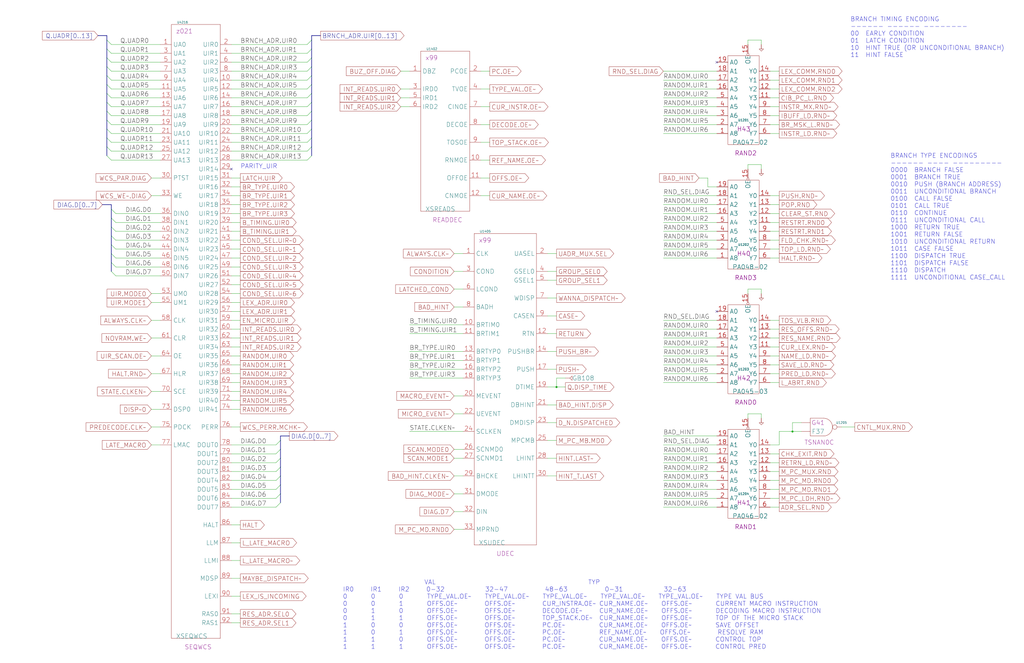
<source format=kicad_sch>
(kicad_sch (version 20230121) (generator eeschema)
  (paper "User" 584.2 378.46)
  (title_block (title "MICRO INSTRUCTION REGISTER") (date "22-MAY-90") (rev "1.0") (comment 1 "SEQUENCER") (comment 2 "232-003064") (comment 3 "S400") (comment 4 "RELEASED"))
  (junction (at 452.12 246.38))
  (junction (at 317.5 220.98))
  (no_connect (at 132.08 96.52))
  (no_connect (at 408.94 177.8))
  (no_connect (at 408.94 35.56))
  (bus_entry (at 63.5 154.94) (size 2.54 2.54))
  (bus_entry (at 63.5 124.46) (size 2.54 2.54))
  (bus_entry (at 60.96 68.58) (size 2.54 2.54))
  (bus_entry (at 63.5 129.54) (size 2.54 2.54))
  (bus_entry (at 60.96 83.82) (size 2.54 2.54))
  (bus_entry (at 60.96 53.34) (size 2.54 2.54))
  (bus_entry (at 60.96 22.86) (size 2.54 2.54))
  (bus_entry (at 177.8 88.9) (size -2.54 2.54))
  (bus_entry (at 177.8 83.82) (size -2.54 2.54))
  (bus_entry (at 63.5 144.78) (size 2.54 2.54))
  (bus_entry (at 60.96 58.42) (size 2.54 2.54))
  (bus_entry (at 60.96 38.1) (size 2.54 2.54))
  (bus_entry (at 177.8 53.34) (size -2.54 2.54))
  (bus_entry (at 60.96 43.18) (size 2.54 2.54))
  (bus_entry (at 177.8 63.5) (size -2.54 2.54))
  (bus_entry (at 63.5 119.38) (size 2.54 2.54))
  (bus_entry (at 60.96 78.74) (size 2.54 2.54))
  (bus_entry (at 60.96 63.5) (size 2.54 2.54))
  (bus_entry (at 160.02 251.46) (size -2.54 2.54))
  (bus_entry (at 160.02 266.7) (size -2.54 2.54))
  (bus_entry (at 160.02 271.78) (size -2.54 2.54))
  (bus_entry (at 60.96 73.66) (size 2.54 2.54))
  (bus_entry (at 63.5 149.86) (size 2.54 2.54))
  (bus_entry (at 63.5 139.7) (size 2.54 2.54))
  (bus_entry (at 60.96 88.9) (size 2.54 2.54))
  (bus_entry (at 177.8 48.26) (size -2.54 2.54))
  (bus_entry (at 177.8 27.94) (size -2.54 2.54))
  (bus_entry (at 177.8 43.18) (size -2.54 2.54))
  (bus_entry (at 60.96 27.94) (size 2.54 2.54))
  (bus_entry (at 177.8 68.58) (size -2.54 2.54))
  (bus_entry (at 160.02 276.86) (size -2.54 2.54))
  (bus_entry (at 60.96 33.02) (size 2.54 2.54))
  (bus_entry (at 60.96 48.26) (size 2.54 2.54))
  (bus_entry (at 160.02 287.02) (size -2.54 2.54))
  (bus_entry (at 177.8 58.42) (size -2.54 2.54))
  (bus_entry (at 177.8 38.1) (size -2.54 2.54))
  (bus_entry (at 177.8 22.86) (size -2.54 2.54))
  (bus_entry (at 177.8 73.66) (size -2.54 2.54))
  (bus_entry (at 160.02 256.54) (size -2.54 2.54))
  (bus_entry (at 63.5 134.62) (size 2.54 2.54))
  (bus_entry (at 160.02 261.62) (size -2.54 2.54))
  (bus_entry (at 160.02 281.94) (size -2.54 2.54))
  (bus_entry (at 177.8 33.02) (size -2.54 2.54))
  (bus_entry (at 177.8 78.74) (size -2.54 2.54))
  (wire (pts (xy 274.32 111.76) (xy 279.4 111.76)))
  (wire (pts (xy 132.08 320.04) (xy 137.16 320.04)))
  (wire (pts (xy 439.42 137.16) (xy 444.5 137.16)))
  (bus (pts (xy 60.96 73.66) (xy 60.96 78.74)))
  (wire (pts (xy 439.42 40.64) (xy 444.5 40.64)))
  (wire (pts (xy 312.42 190.5) (xy 317.5 190.5)))
  (wire (pts (xy 132.08 284.48) (xy 157.48 284.48)))
  (bus (pts (xy 63.5 134.62) (xy 63.5 139.7)))
  (bus (pts (xy 160.02 281.94) (xy 160.02 287.02)))
  (wire (pts (xy 378.46 111.76) (xy 408.94 111.76)))
  (wire (pts (xy 132.08 309.88) (xy 137.16 309.88)))
  (wire (pts (xy 439.42 147.32) (xy 444.5 147.32)))
  (wire (pts (xy 132.08 279.4) (xy 157.48 279.4)))
  (wire (pts (xy 91.44 152.4) (xy 66.04 152.4)))
  (wire (pts (xy 378.46 279.4) (xy 408.94 279.4)))
  (wire (pts (xy 378.46 269.24) (xy 408.94 269.24)))
  (bus (pts (xy 160.02 248.92) (xy 165.1 248.92)))
  (bus (pts (xy 177.8 27.94) (xy 177.8 33.02)))
  (wire (pts (xy 312.42 231.14) (xy 317.5 231.14)))
  (wire (pts (xy 439.42 182.88) (xy 444.5 182.88)))
  (wire (pts (xy 175.26 40.64) (xy 132.08 40.64)))
  (bus (pts (xy 60.96 63.5) (xy 60.96 68.58)))
  (wire (pts (xy 378.46 127) (xy 408.94 127)))
  (bus (pts (xy 160.02 256.54) (xy 160.02 261.62)))
  (wire (pts (xy 457.2 241.3) (xy 452.12 241.3)))
  (wire (pts (xy 434.34 93.98) (xy 434.34 96.52)))
  (bus (pts (xy 160.02 276.86) (xy 160.02 281.94)))
  (wire (pts (xy 132.08 172.72) (xy 137.16 172.72)))
  (bus (pts (xy 58.42 116.84) (xy 63.5 116.84)))
  (wire (pts (xy 228.6 40.64) (xy 233.68 40.64)))
  (wire (pts (xy 398.78 101.6) (xy 403.86 101.6)))
  (wire (pts (xy 378.46 289.56) (xy 408.94 289.56)))
  (wire (pts (xy 132.08 330.2) (xy 137.16 330.2)))
  (wire (pts (xy 434.34 22.86) (xy 434.34 25.4)))
  (wire (pts (xy 274.32 50.8) (xy 279.4 50.8)))
  (wire (pts (xy 86.36 111.76) (xy 91.44 111.76)))
  (wire (pts (xy 439.42 50.8) (xy 444.5 50.8)))
  (wire (pts (xy 63.5 25.4) (xy 91.44 25.4)))
  (wire (pts (xy 312.42 241.3) (xy 317.5 241.3)))
  (wire (pts (xy 259.08 302.26) (xy 264.16 302.26)))
  (bus (pts (xy 60.96 43.18) (xy 60.96 48.26)))
  (wire (pts (xy 378.46 45.72) (xy 408.94 45.72)))
  (wire (pts (xy 378.46 198.12) (xy 408.94 198.12)))
  (wire (pts (xy 312.42 271.78) (xy 317.5 271.78)))
  (wire (pts (xy 132.08 274.32) (xy 157.48 274.32)))
  (wire (pts (xy 86.36 172.72) (xy 91.44 172.72)))
  (wire (pts (xy 378.46 213.36) (xy 408.94 213.36)))
  (wire (pts (xy 228.6 50.8) (xy 233.68 50.8)))
  (bus (pts (xy 177.8 73.66) (xy 177.8 78.74)))
  (wire (pts (xy 91.44 91.44) (xy 63.5 91.44)))
  (wire (pts (xy 233.68 205.74) (xy 264.16 205.74)))
  (wire (pts (xy 426.72 236.22) (xy 426.72 238.76)))
  (bus (pts (xy 63.5 149.86) (xy 63.5 154.94)))
  (wire (pts (xy 378.46 147.32) (xy 408.94 147.32)))
  (wire (pts (xy 175.26 55.88) (xy 132.08 55.88)))
  (wire (pts (xy 439.42 111.76) (xy 444.5 111.76)))
  (bus (pts (xy 60.96 78.74) (xy 60.96 83.82)))
  (wire (pts (xy 91.44 142.24) (xy 66.04 142.24)))
  (wire (pts (xy 91.44 66.04) (xy 63.5 66.04)))
  (wire (pts (xy 132.08 187.96) (xy 137.16 187.96)))
  (wire (pts (xy 378.46 203.2) (xy 408.94 203.2)))
  (wire (pts (xy 378.46 132.08) (xy 408.94 132.08)))
  (wire (pts (xy 439.42 193.04) (xy 444.5 193.04)))
  (wire (pts (xy 439.42 198.12) (xy 444.5 198.12)))
  (wire (pts (xy 439.42 76.2) (xy 444.5 76.2)))
  (wire (pts (xy 312.42 144.78) (xy 317.5 144.78)))
  (bus (pts (xy 177.8 83.82) (xy 177.8 88.9)))
  (wire (pts (xy 378.46 142.24) (xy 408.94 142.24)))
  (wire (pts (xy 132.08 111.76) (xy 137.16 111.76)))
  (bus (pts (xy 160.02 261.62) (xy 160.02 266.7)))
  (wire (pts (xy 132.08 228.6) (xy 137.16 228.6)))
  (bus (pts (xy 63.5 124.46) (xy 63.5 129.54)))
  (wire (pts (xy 132.08 142.24) (xy 137.16 142.24)))
  (wire (pts (xy 63.5 55.88) (xy 91.44 55.88)))
  (wire (pts (xy 378.46 264.16) (xy 408.94 264.16)))
  (wire (pts (xy 228.6 60.96) (xy 233.68 60.96)))
  (wire (pts (xy 312.42 261.62) (xy 317.5 261.62)))
  (wire (pts (xy 175.26 91.44) (xy 132.08 91.44)))
  (wire (pts (xy 259.08 144.78) (xy 264.16 144.78)))
  (bus (pts (xy 177.8 33.02) (xy 177.8 38.1)))
  (bus (pts (xy 177.8 48.26) (xy 177.8 53.34)))
  (wire (pts (xy 132.08 177.8) (xy 137.16 177.8)))
  (wire (pts (xy 132.08 289.56) (xy 157.48 289.56)))
  (wire (pts (xy 378.46 55.88) (xy 408.94 55.88)))
  (wire (pts (xy 63.5 35.56) (xy 91.44 35.56)))
  (wire (pts (xy 312.42 160.02) (xy 317.5 160.02)))
  (bus (pts (xy 60.96 20.32) (xy 60.96 22.86)))
  (wire (pts (xy 274.32 81.28) (xy 279.4 81.28)))
  (wire (pts (xy 91.44 71.12) (xy 63.5 71.12)))
  (wire (pts (xy 175.26 71.12) (xy 132.08 71.12)))
  (wire (pts (xy 132.08 269.24) (xy 157.48 269.24)))
  (wire (pts (xy 259.08 292.1) (xy 264.16 292.1)))
  (wire (pts (xy 259.08 165.1) (xy 264.16 165.1)))
  (wire (pts (xy 132.08 101.6) (xy 137.16 101.6)))
  (bus (pts (xy 60.96 22.86) (xy 60.96 27.94)))
  (wire (pts (xy 86.36 254) (xy 91.44 254)))
  (wire (pts (xy 439.42 142.24) (xy 444.5 142.24)))
  (bus (pts (xy 177.8 68.58) (xy 177.8 73.66)))
  (wire (pts (xy 439.42 121.92) (xy 444.5 121.92)))
  (wire (pts (xy 132.08 106.68) (xy 137.16 106.68)))
  (wire (pts (xy 91.44 127) (xy 66.04 127)))
  (wire (pts (xy 86.36 182.88) (xy 91.44 182.88)))
  (wire (pts (xy 91.44 157.48) (xy 66.04 157.48)))
  (wire (pts (xy 312.42 180.34) (xy 317.5 180.34)))
  (wire (pts (xy 426.72 165.1) (xy 426.72 167.64)))
  (wire (pts (xy 91.44 137.16) (xy 66.04 137.16)))
  (wire (pts (xy 132.08 208.28) (xy 137.16 208.28)))
  (wire (pts (xy 480.06 243.84) (xy 487.68 243.84)))
  (bus (pts (xy 177.8 20.32) (xy 177.8 22.86)))
  (wire (pts (xy 434.34 22.86) (xy 426.72 22.86)))
  (wire (pts (xy 378.46 76.2) (xy 408.94 76.2)))
  (wire (pts (xy 426.72 93.98) (xy 426.72 96.52)))
  (wire (pts (xy 91.44 132.08) (xy 66.04 132.08)))
  (wire (pts (xy 175.26 76.2) (xy 132.08 76.2)))
  (wire (pts (xy 132.08 264.16) (xy 157.48 264.16)))
  (bus (pts (xy 63.5 119.38) (xy 63.5 124.46)))
  (wire (pts (xy 175.26 86.36) (xy 132.08 86.36)))
  (wire (pts (xy 233.68 200.66) (xy 264.16 200.66)))
  (wire (pts (xy 274.32 60.96) (xy 279.4 60.96)))
  (wire (pts (xy 175.26 50.8) (xy 132.08 50.8)))
  (bus (pts (xy 160.02 271.78) (xy 160.02 276.86)))
  (wire (pts (xy 439.42 218.44) (xy 444.5 218.44)))
  (bus (pts (xy 63.5 116.84) (xy 63.5 119.38)))
  (wire (pts (xy 233.68 246.38) (xy 264.16 246.38)))
  (wire (pts (xy 439.42 289.56) (xy 444.5 289.56)))
  (wire (pts (xy 132.08 121.92) (xy 137.16 121.92)))
  (wire (pts (xy 132.08 182.88) (xy 137.16 182.88)))
  (wire (pts (xy 439.42 55.88) (xy 444.5 55.88)))
  (wire (pts (xy 312.42 154.94) (xy 317.5 154.94)))
  (wire (pts (xy 233.68 185.42) (xy 264.16 185.42)))
  (bus (pts (xy 60.96 27.94) (xy 60.96 33.02)))
  (wire (pts (xy 274.32 40.64) (xy 279.4 40.64)))
  (bus (pts (xy 60.96 38.1) (xy 60.96 43.18)))
  (bus (pts (xy 63.5 129.54) (xy 63.5 134.62)))
  (wire (pts (xy 91.44 147.32) (xy 66.04 147.32)))
  (wire (pts (xy 132.08 132.08) (xy 137.16 132.08)))
  (wire (pts (xy 452.12 246.38) (xy 457.2 246.38)))
  (wire (pts (xy 63.5 50.8) (xy 91.44 50.8)))
  (wire (pts (xy 378.46 208.28) (xy 408.94 208.28)))
  (wire (pts (xy 175.26 60.96) (xy 132.08 60.96)))
  (wire (pts (xy 439.42 284.48) (xy 444.5 284.48)))
  (wire (pts (xy 233.68 215.9) (xy 264.16 215.9)))
  (wire (pts (xy 274.32 91.44) (xy 279.4 91.44)))
  (wire (pts (xy 175.26 81.28) (xy 132.08 81.28)))
  (wire (pts (xy 175.26 66.04) (xy 132.08 66.04)))
  (wire (pts (xy 259.08 261.62) (xy 264.16 261.62)))
  (wire (pts (xy 132.08 167.64) (xy 137.16 167.64)))
  (wire (pts (xy 434.34 236.22) (xy 434.34 238.76)))
  (wire (pts (xy 259.08 281.94) (xy 264.16 281.94)))
  (wire (pts (xy 439.42 132.08) (xy 444.5 132.08)))
  (bus (pts (xy 182.88 20.32) (xy 177.8 20.32)))
  (wire (pts (xy 132.08 299.72) (xy 137.16 299.72)))
  (wire (pts (xy 175.26 25.4) (xy 132.08 25.4)))
  (wire (pts (xy 132.08 213.36) (xy 137.16 213.36)))
  (wire (pts (xy 86.36 167.64) (xy 91.44 167.64)))
  (wire (pts (xy 439.42 71.12) (xy 444.5 71.12)))
  (bus (pts (xy 177.8 78.74) (xy 177.8 83.82)))
  (bus (pts (xy 177.8 53.34) (xy 177.8 58.42)))
  (wire (pts (xy 403.86 106.68) (xy 408.94 106.68)))
  (wire (pts (xy 132.08 157.48) (xy 137.16 157.48)))
  (bus (pts (xy 160.02 248.92) (xy 160.02 251.46)))
  (wire (pts (xy 91.44 60.96) (xy 63.5 60.96)))
  (wire (pts (xy 228.6 55.88) (xy 233.68 55.88)))
  (bus (pts (xy 60.96 33.02) (xy 60.96 38.1)))
  (wire (pts (xy 132.08 259.08) (xy 157.48 259.08)))
  (wire (pts (xy 378.46 50.8) (xy 408.94 50.8)))
  (wire (pts (xy 86.36 223.52) (xy 91.44 223.52)))
  (wire (pts (xy 322.58 215.9) (xy 317.5 215.9)))
  (wire (pts (xy 434.34 165.1) (xy 434.34 167.64)))
  (wire (pts (xy 132.08 193.04) (xy 137.16 193.04)))
  (wire (pts (xy 259.08 154.94) (xy 264.16 154.94)))
  (wire (pts (xy 439.42 116.84) (xy 444.5 116.84)))
  (wire (pts (xy 91.44 121.92) (xy 66.04 121.92)))
  (wire (pts (xy 378.46 193.04) (xy 408.94 193.04)))
  (wire (pts (xy 91.44 76.2) (xy 63.5 76.2)))
  (wire (pts (xy 259.08 226.06) (xy 264.16 226.06)))
  (wire (pts (xy 175.26 30.48) (xy 132.08 30.48)))
  (wire (pts (xy 86.36 203.2) (xy 91.44 203.2)))
  (wire (pts (xy 439.42 127) (xy 444.5 127)))
  (wire (pts (xy 439.42 203.2) (xy 444.5 203.2)))
  (wire (pts (xy 132.08 350.52) (xy 137.16 350.52)))
  (wire (pts (xy 434.34 165.1) (xy 426.72 165.1)))
  (wire (pts (xy 132.08 340.36) (xy 137.16 340.36)))
  (wire (pts (xy 274.32 101.6) (xy 279.4 101.6)))
  (wire (pts (xy 378.46 60.96) (xy 408.94 60.96)))
  (wire (pts (xy 312.42 210.82) (xy 317.5 210.82)))
  (wire (pts (xy 439.42 264.16) (xy 444.5 264.16)))
  (wire (pts (xy 312.42 170.18) (xy 317.5 170.18)))
  (wire (pts (xy 378.46 259.08) (xy 408.94 259.08)))
  (wire (pts (xy 378.46 116.84) (xy 408.94 116.84)))
  (wire (pts (xy 63.5 30.48) (xy 91.44 30.48)))
  (wire (pts (xy 259.08 271.78) (xy 264.16 271.78)))
  (wire (pts (xy 378.46 66.04) (xy 408.94 66.04)))
  (wire (pts (xy 86.36 193.04) (xy 91.44 193.04)))
  (wire (pts (xy 86.36 101.6) (xy 91.44 101.6)))
  (wire (pts (xy 132.08 218.44) (xy 137.16 218.44)))
  (wire (pts (xy 132.08 198.12) (xy 137.16 198.12)))
  (bus (pts (xy 63.5 144.78) (xy 63.5 149.86)))
  (wire (pts (xy 439.42 66.04) (xy 444.5 66.04)))
  (bus (pts (xy 60.96 83.82) (xy 60.96 88.9)))
  (wire (pts (xy 132.08 243.84) (xy 137.16 243.84)))
  (wire (pts (xy 91.44 81.28) (xy 63.5 81.28)))
  (wire (pts (xy 378.46 40.64) (xy 408.94 40.64)))
  (wire (pts (xy 439.42 60.96) (xy 444.5 60.96)))
  (wire (pts (xy 434.34 93.98) (xy 426.72 93.98)))
  (wire (pts (xy 439.42 269.24) (xy 444.5 269.24)))
  (wire (pts (xy 378.46 71.12) (xy 408.94 71.12)))
  (wire (pts (xy 378.46 284.48) (xy 408.94 284.48)))
  (wire (pts (xy 86.36 233.68) (xy 91.44 233.68)))
  (wire (pts (xy 444.5 246.38) (xy 444.5 254)))
  (wire (pts (xy 378.46 218.44) (xy 408.94 218.44)))
  (wire (pts (xy 403.86 101.6) (xy 403.86 106.68)))
  (bus (pts (xy 177.8 58.42) (xy 177.8 63.5)))
  (wire (pts (xy 274.32 71.12) (xy 279.4 71.12)))
  (wire (pts (xy 378.46 254) (xy 408.94 254)))
  (wire (pts (xy 132.08 223.52) (xy 137.16 223.52)))
  (wire (pts (xy 175.26 45.72) (xy 132.08 45.72)))
  (wire (pts (xy 91.44 86.36) (xy 63.5 86.36)))
  (wire (pts (xy 378.46 248.92) (xy 408.94 248.92)))
  (wire (pts (xy 434.34 236.22) (xy 426.72 236.22)))
  (wire (pts (xy 132.08 127) (xy 137.16 127)))
  (wire (pts (xy 132.08 162.56) (xy 137.16 162.56)))
  (wire (pts (xy 444.5 254) (xy 439.42 254)))
  (wire (pts (xy 378.46 182.88) (xy 408.94 182.88)))
  (wire (pts (xy 132.08 147.32) (xy 137.16 147.32)))
  (bus (pts (xy 60.96 58.42) (xy 60.96 53.34)))
  (wire (pts (xy 132.08 203.2) (xy 137.16 203.2)))
  (wire (pts (xy 312.42 200.66) (xy 317.5 200.66)))
  (wire (pts (xy 426.72 22.86) (xy 426.72 25.4)))
  (wire (pts (xy 233.68 210.82) (xy 264.16 210.82)))
  (bus (pts (xy 177.8 43.18) (xy 177.8 38.1)))
  (wire (pts (xy 312.42 251.46) (xy 317.5 251.46)))
  (bus (pts (xy 55.88 20.32) (xy 60.96 20.32)))
  (wire (pts (xy 439.42 259.08) (xy 444.5 259.08)))
  (wire (pts (xy 259.08 256.54) (xy 264.16 256.54)))
  (wire (pts (xy 132.08 254) (xy 157.48 254)))
  (wire (pts (xy 439.42 274.32) (xy 444.5 274.32)))
  (wire (pts (xy 86.36 243.84) (xy 91.44 243.84)))
  (wire (pts (xy 63.5 45.72) (xy 91.44 45.72)))
  (wire (pts (xy 132.08 233.68) (xy 137.16 233.68)))
  (wire (pts (xy 439.42 208.28) (xy 444.5 208.28)))
  (wire (pts (xy 132.08 355.6) (xy 137.16 355.6)))
  (wire (pts (xy 312.42 220.98) (xy 317.5 220.98)))
  (wire (pts (xy 175.26 35.56) (xy 132.08 35.56)))
  (bus (pts (xy 177.8 63.5) (xy 177.8 68.58)))
  (wire (pts (xy 439.42 45.72) (xy 444.5 45.72)))
  (wire (pts (xy 439.42 213.36) (xy 444.5 213.36)))
  (wire (pts (xy 444.5 246.38) (xy 452.12 246.38)))
  (wire (pts (xy 439.42 279.4) (xy 444.5 279.4)))
  (bus (pts (xy 160.02 266.7) (xy 160.02 271.78)))
  (wire (pts (xy 233.68 190.5) (xy 264.16 190.5)))
  (wire (pts (xy 378.46 121.92) (xy 408.94 121.92)))
  (wire (pts (xy 317.5 215.9) (xy 317.5 220.98)))
  (wire (pts (xy 439.42 187.96) (xy 444.5 187.96)))
  (wire (pts (xy 132.08 137.16) (xy 137.16 137.16)))
  (wire (pts (xy 132.08 116.84) (xy 137.16 116.84)))
  (wire (pts (xy 259.08 175.26) (xy 264.16 175.26)))
  (bus (pts (xy 63.5 139.7) (xy 63.5 144.78)))
  (bus (pts (xy 60.96 68.58) (xy 60.96 73.66)))
  (bus (pts (xy 60.96 58.42) (xy 60.96 63.5)))
  (bus (pts (xy 160.02 251.46) (xy 160.02 256.54)))
  (wire (pts (xy 86.36 213.36) (xy 91.44 213.36)))
  (bus (pts (xy 177.8 43.18) (xy 177.8 48.26)))
  (bus (pts (xy 60.96 48.26) (xy 60.96 53.34)))
  (wire (pts (xy 378.46 137.16) (xy 408.94 137.16)))
  (bus (pts (xy 177.8 22.86) (xy 177.8 27.94)))
  (wire (pts (xy 132.08 152.4) (xy 137.16 152.4)))
  (wire (pts (xy 378.46 274.32) (xy 408.94 274.32)))
  (wire (pts (xy 452.12 241.3) (xy 452.12 246.38)))
  (wire (pts (xy 63.5 40.64) (xy 91.44 40.64)))
  (wire (pts (xy 317.5 220.98) (xy 322.58 220.98)))
  (wire (pts (xy 259.08 236.22) (xy 264.16 236.22)))
  (wire (pts (xy 378.46 187.96) (xy 408.94 187.96)))
  (text "BRANCH TYPE ENCODINGS\n------ ---- ---------\n0000  BRANCH FALSE\n0001  BRANCH TRUE\n0010  PUSH (BRANCH ADDRESS)\n0011  UNCONDITIONAL BRANCH\n0100  CALL FALSE\n0101  CALL TRUE\n0110  CONTINUE\n0111  UNCONDITIONAL CALL\n1000  RETURN TRUE\n1001  RETURN FALSE\n1010  UNCONDITIONAL RETURN\n1011  CASE FALSE\n1100  DISPATCH TRUE\n1101  DISPATCH FALSE\n1110  DISPATCH\n1111  UNCONDITIONAL CASE_CALL\n" (at 508 160.02 0) (effects (font (size 2.54 2.54)) (justify left bottom)))
  (text "BRANCH TIMING ENCODING\n------ ------ --------\n00  EARLY CONDITION\n01  LATCH CONDITION\n10  HINT TRUE (OR UNCONDITIONAL BRANCH)\n11  HINT FALSE" (at 485.14 33.02 0) (effects (font (size 2.54 2.54)) (justify left bottom)))
  (text "PARITY_UIR" (at 137.16 96.52 0) (effects (font (size 2.54 2.54)) (justify left bottom)))
  (text "                        VAL                                             TYP\nIR0     IR1     IR2     0-32            32-47           48-63           0-31            32-63\n0       0       0       TYPE_VAL.OE~    TYPE_VAL.OE~    TYPE_VAL.OE~    TYPE_VAL.OE~    TYPE_VAL.OE~    TYPE VAL BUS\n0       0       1       OFFS.OE~        OFFS.OE~        CUR_INSTRA.OE~ CUR_NAME.OE~    OFFS.OE~       CURRENT MACRO INSTRUCTION\n0       1       0       OFFS.OE~        OFFS.OE~        DECODE.OE~     CUR_NAME.OE~    OFFS.OE~       DECODING MACRO INSTRUCTION\n0       1       1       OFFS.OE~        OFFS.OE~        TOP_STACK.OE~  CUR_NAME.OE~    OFFS.OE~       TOP OF THE MICRO STACK\n1       0       0       OFFS.OE~        OFFS.OE~        PC.OE~          CUR_NAME.OE~    OFFS.OE~       SAVE OFFSET\n1       0       1       OFFS.OE~        OFFS.OE~        PC.OE~          REF_NAME.OE~    OFFS.OE~        RESOLVE RAM\n1       1       0       OFFS.OE~        OFFS.OE~        PC.OE~          CUR_NAME.OE~    OFFS.OE~       CONTROL TOP\n1       1       1       OFFS.OE~        OFFS.OE~        PC.OE~          CUR_NAME.OE~    OFFS.OE~       CONTROL PRED\n" (at 195.58 370.84 0) (effects (font (size 2.54 2.54)) (justify left bottom)))
  (label "RANDOM.UIR2" (at 378.46 127 0) (effects (font (size 2.54 2.54))))
  (label "DIAG.D7" (at 86.36 157.48 180) (effects (font (size 2.54 2.54))))
  (label "Q.UADR0" (at 68.58 25.4 0) (effects (font (size 2.54 2.54))))
  (label "Q.UADR5" (at 68.58 50.8 0) (effects (font (size 2.54 2.54))))
  (label "RANDOM.UIR3" (at 378.46 203.2 0) (effects (font (size 2.54 2.54))))
  (label "RANDOM.UIR6" (at 378.46 218.44 0) (effects (font (size 2.54 2.54))))
  (label "BR_TYPE.UIR0" (at 233.68 200.66 0) (effects (font (size 2.54 2.54))))
  (label "B_TIMING.UIR1" (at 233.68 190.5 0) (effects (font (size 2.54 2.54))))
  (label "DIAG.D0" (at 86.36 121.92 180) (effects (font (size 2.54 2.54))))
  (label "BR_TYPE.UIR1" (at 233.68 205.74 0) (effects (font (size 2.54 2.54))))
  (label "BRNCH_ADR.UIR5" (at 137.16 50.8 0) (effects (font (size 2.54 2.54))))
  (label "RANDOM.UIR5" (at 378.46 71.12 0) (effects (font (size 2.54 2.54))))
  (label "Q.UADR6" (at 68.58 55.88 0) (effects (font (size 2.54 2.54))))
  (label "DIAG.D2" (at 137.16 264.16 0) (effects (font (size 2.54 2.54))))
  (label "DIAG.D3" (at 137.16 269.24 0) (effects (font (size 2.54 2.54))))
  (label "RANDOM.UIR1" (at 378.46 193.04 0) (effects (font (size 2.54 2.54))))
  (label "RANDOM.UIR0" (at 378.46 45.72 0) (effects (font (size 2.54 2.54))))
  (label "RANDOM.UIR4" (at 378.46 66.04 0) (effects (font (size 2.54 2.54))))
  (label "BRNCH_ADR.UIR1" (at 137.16 30.48 0) (effects (font (size 2.54 2.54))))
  (label "BRNCH_ADR.UIR0" (at 137.16 25.4 0) (effects (font (size 2.54 2.54))))
  (label "RANDOM.UIR3" (at 378.46 60.96 0) (effects (font (size 2.54 2.54))))
  (label "RANDOM.UIR4" (at 378.46 137.16 0) (effects (font (size 2.54 2.54))))
  (label "Q.UADR8" (at 68.58 66.04 0) (effects (font (size 2.54 2.54))))
  (label "BRNCH_ADR.UIR10" (at 137.16 76.2 0) (effects (font (size 2.54 2.54))))
  (label "RANDOM.UIR3" (at 378.46 132.08 0) (effects (font (size 2.54 2.54))))
  (label "Q.UADR11" (at 68.58 81.28 0) (effects (font (size 2.54 2.54))))
  (label "BRNCH_ADR.UIR11" (at 137.16 81.28 0) (effects (font (size 2.54 2.54))))
  (label "RANDOM.UIR6" (at 378.46 289.56 0) (effects (font (size 2.54 2.54))))
  (label "BR_TYPE.UIR2" (at 233.68 210.82 0) (effects (font (size 2.54 2.54))))
  (label "BRNCH_ADR.UIR13" (at 137.16 91.44 0) (effects (font (size 2.54 2.54))))
  (label "RND_SEL.DIAG" (at 378.46 182.88 0) (effects (font (size 2.54 2.54))))
  (label "RANDOM.UIR2" (at 378.46 269.24 0) (effects (font (size 2.54 2.54))))
  (label "Q.UADR1" (at 68.58 30.48 0) (effects (font (size 2.54 2.54))))
  (label "Q.UADR3" (at 68.58 40.64 0) (effects (font (size 2.54 2.54))))
  (label "Q.UADR12" (at 68.58 86.36 0) (effects (font (size 2.54 2.54))))
  (label "DIAG.D2" (at 86.36 132.08 180) (effects (font (size 2.54 2.54))))
  (label "RANDOM.UIR4" (at 378.46 279.4 0) (effects (font (size 2.54 2.54))))
  (label "DIAG.D1" (at 137.16 259.08 0) (effects (font (size 2.54 2.54))))
  (label "RANDOM.UIR6" (at 378.46 76.2 0) (effects (font (size 2.54 2.54))))
  (label "RND_SEL.DIAG" (at 378.46 254 0) (effects (font (size 2.54 2.54))))
  (label "BRNCH_ADR.UIR4" (at 137.16 45.72 0) (effects (font (size 2.54 2.54))))
  (label "RANDOM.UIR5" (at 378.46 142.24 0) (effects (font (size 2.54 2.54))))
  (label "Q.UADR10" (at 68.58 76.2 0) (effects (font (size 2.54 2.54))))
  (label "BAD_HINT" (at 378.46 248.92 0) (effects (font (size 2.54 2.54))))
  (label "RANDOM.UIR2" (at 378.46 198.12 0) (effects (font (size 2.54 2.54))))
  (label "DIAG.D4" (at 86.36 142.24 180) (effects (font (size 2.54 2.54))))
  (label "RANDOM.UIR1" (at 378.46 264.16 0) (effects (font (size 2.54 2.54))))
  (label "RANDOM.UIR5" (at 378.46 213.36 0) (effects (font (size 2.54 2.54))))
  (label "Q.UADR9" (at 68.58 71.12 0) (effects (font (size 2.54 2.54))))
  (label "BR_TYPE.UIR3" (at 233.68 215.9 0) (effects (font (size 2.54 2.54))))
  (label "Q.UADR2" (at 68.58 35.56 0) (effects (font (size 2.54 2.54))))
  (label "DIAG.D6" (at 86.36 152.4 180) (effects (font (size 2.54 2.54))))
  (label "BRNCH_ADR.UIR2" (at 137.16 35.56 0) (effects (font (size 2.54 2.54))))
  (label "DIAG.D6" (at 137.16 284.48 0) (effects (font (size 2.54 2.54))))
  (label "BRNCH_ADR.UIR12" (at 137.16 86.36 0) (effects (font (size 2.54 2.54))))
  (label "RANDOM.UIR1" (at 378.46 121.92 0) (effects (font (size 2.54 2.54))))
  (label "BRNCH_ADR.UIR6" (at 137.16 55.88 0) (effects (font (size 2.54 2.54))))
  (label "Q.UADR4" (at 68.58 45.72 0) (effects (font (size 2.54 2.54))))
  (label "RANDOM.UIR5" (at 378.46 284.48 0) (effects (font (size 2.54 2.54))))
  (label "BRNCH_ADR.UIR7" (at 137.16 60.96 0) (effects (font (size 2.54 2.54))))
  (label "STATE.CLKEN~" (at 233.68 246.38 0) (effects (font (size 2.54 2.54))))
  (label "Q.UADR7" (at 68.58 60.96 0) (effects (font (size 2.54 2.54))))
  (label "RANDOM.UIR0" (at 378.46 187.96 0) (effects (font (size 2.54 2.54))))
  (label "RANDOM.UIR2" (at 378.46 55.88 0) (effects (font (size 2.54 2.54))))
  (label "Q.UADR13" (at 68.58 91.44 0) (effects (font (size 2.54 2.54))))
  (label "BRNCH_ADR.UIR3" (at 137.16 40.64 0) (effects (font (size 2.54 2.54))))
  (label "DIAG.D3" (at 86.36 137.16 180) (effects (font (size 2.54 2.54))))
  (label "RND_SEL.DIAG" (at 378.46 111.76 0) (effects (font (size 2.54 2.54))))
  (label "B_TIMING.UIR0" (at 233.68 185.42 0) (effects (font (size 2.54 2.54))))
  (label "RANDOM.UIR3" (at 378.46 274.32 0) (effects (font (size 2.54 2.54))))
  (label "DIAG.D5" (at 137.16 279.4 0) (effects (font (size 2.54 2.54))))
  (label "RANDOM.UIR4" (at 378.46 208.28 0) (effects (font (size 2.54 2.54))))
  (label "DIAG.D5" (at 86.36 147.32 180) (effects (font (size 2.54 2.54))))
  (label "RANDOM.UIR6" (at 378.46 147.32 0) (effects (font (size 2.54 2.54))))
  (label "DIAG.D0" (at 137.16 254 0) (effects (font (size 2.54 2.54))))
  (label "DIAG.D4" (at 137.16 274.32 0) (effects (font (size 2.54 2.54))))
  (label "RANDOM.UIR0" (at 378.46 116.84 0) (effects (font (size 2.54 2.54))))
  (label "DIAG.D7" (at 137.16 289.56 0) (effects (font (size 2.54 2.54))))
  (label "RANDOM.UIR0" (at 378.46 259.08 0) (effects (font (size 2.54 2.54))))
  (label "BRNCH_ADR.UIR9" (at 137.16 71.12 0) (effects (font (size 2.54 2.54))))
  (label "RANDOM.UIR1" (at 378.46 50.8 0) (effects (font (size 2.54 2.54))))
  (label "BRNCH_ADR.UIR8" (at 137.16 66.04 0) (effects (font (size 2.54 2.54))))
  (label "DIAG.D1" (at 86.36 127 180) (effects (font (size 2.54 2.54))))
  (global_label "SCAN.MODE1" (shape input) (at 259.08 261.62 180) (effects (font (size 2.54 2.54))) (property "Intersheetrefs" "${INTERSHEET_REFS}" (at 230.4264 261.4613 0) (effects (font (size 1.905 1.905)) (justify right))))
  (global_label "COND_SEL.UIR~2" (shape output) (at 137.16 147.32 0) (effects (font (size 2.54 2.54))) (property "Intersheetrefs" "${INTERSHEET_REFS}" (at 172.9498 147.1613 0) (effects (font (size 1.905 1.905)) (justify left))))
  (global_label "LEX_ADR.UIR1" (shape output) (at 137.16 177.8 0) (effects (font (size 2.54 2.54))) (property "Intersheetrefs" "${INTERSHEET_REFS}" (at 167.9908 177.6413 0) (effects (font (size 1.905 1.905)) (justify left))))
  (global_label "RANDOM.UIR2" (shape output) (at 137.16 213.36 0) (effects (font (size 2.54 2.54))) (property "Intersheetrefs" "${INTERSHEET_REFS}" (at 167.507 213.2013 0) (effects (font (size 1.905 1.905)) (justify left))))
  (global_label "RANDOM.UIR0" (shape output) (at 137.16 203.2 0) (effects (font (size 2.54 2.54))) (property "Intersheetrefs" "${INTERSHEET_REFS}" (at 167.507 203.0413 0) (effects (font (size 1.905 1.905)) (justify left))))
  (global_label "LATE_MACRO" (shape input) (at 86.36 254 180) (effects (font (size 2.54 2.54))) (property "Intersheetrefs" "${INTERSHEET_REFS}" (at 58.3111 253.8413 0) (effects (font (size 1.905 1.905)) (justify right))))
  (global_label "COND_SEL.UIR~3" (shape output) (at 137.16 152.4 0) (effects (font (size 2.54 2.54))) (property "Intersheetrefs" "${INTERSHEET_REFS}" (at 172.9498 152.2413 0) (effects (font (size 1.905 1.905)) (justify left))))
  (global_label "INSTR_MX.RND~" (shape output) (at 444.5 60.96 0) (effects (font (size 2.54 2.54))) (property "Intersheetrefs" "${INTERSHEET_REFS}" (at 478.1127 60.8013 0) (effects (font (size 1.905 1.905)) (justify left))))
  (global_label "INT_READS.UIR1" (shape output) (at 137.16 193.04 0) (effects (font (size 2.54 2.54))) (property "Intersheetrefs" "${INTERSHEET_REFS}" (at 171.7403 192.8813 0) (effects (font (size 1.905 1.905)) (justify left))))
  (global_label "LATCH.UIR" (shape output) (at 137.16 101.6 0) (effects (font (size 2.54 2.54))) (property "Intersheetrefs" "${INTERSHEET_REFS}" (at 160.9755 101.4413 0) (effects (font (size 1.905 1.905)) (justify left))))
  (global_label "MICRO_EVENT~" (shape input) (at 259.08 236.22 180) (effects (font (size 2.54 2.54))) (property "Intersheetrefs" "${INTERSHEET_REFS}" (at 227.2816 236.0613 0) (effects (font (size 1.905 1.905)) (justify right))))
  (global_label "GROUP_SEL0" (shape output) (at 317.5 154.94 0) (effects (font (size 2.54 2.54))) (property "Intersheetrefs" "${INTERSHEET_REFS}" (at 346.3955 154.7813 0) (effects (font (size 1.905 1.905)) (justify left))))
  (global_label "DIAG.D7" (shape input) (at 259.08 292.1 180) (effects (font (size 2.54 2.54))) (property "Intersheetrefs" "${INTERSHEET_REFS}" (at 239.6188 291.9413 0) (effects (font (size 1.905 1.905)) (justify right))))
  (global_label "RES_ADR.SEL0" (shape output) (at 137.16 350.52 0) (effects (font (size 2.54 2.54))) (property "Intersheetrefs" "${INTERSHEET_REFS}" (at 168.8374 350.3613 0) (effects (font (size 1.905 1.905)) (justify left))))
  (global_label "BR_TYPE.UIR1" (shape output) (at 137.16 111.76 0) (effects (font (size 2.54 2.54))) (property "Intersheetrefs" "${INTERSHEET_REFS}" (at 167.9908 111.6013 0) (effects (font (size 1.905 1.905)) (justify left))))
  (global_label "DECODE.OE~" (shape output) (at 279.4 71.12 0) (effects (font (size 2.54 2.54))) (property "Intersheetrefs" "${INTERSHEET_REFS}" (at 307.086 70.9613 0) (effects (font (size 1.905 1.905)) (justify left))))
  (global_label "RETURN" (shape output) (at 317.5 190.5 0) (effects (font (size 2.54 2.54))) (property "Intersheetrefs" "${INTERSHEET_REFS}" (at 336.9612 190.3413 0) (effects (font (size 1.905 1.905)) (justify left))))
  (global_label "CIB_PC_L.RND" (shape output) (at 444.5 55.88 0) (effects (font (size 2.54 2.54))) (property "Intersheetrefs" "${INTERSHEET_REFS}" (at 476.7476 55.88 0) (effects (justify left))))
  (global_label "DIAG.D[0..7]" (shape input) (at 58.42 116.84 180) (effects (font (size 2.54 2.54))) (property "Intersheetrefs" "${INTERSHEET_REFS}" (at 29.5593 116.84 0) (effects (font (size 1.905 1.905)) (justify right))))
  (global_label "M_PC_MD.RND0" (shape output) (at 444.5 274.32 0) (effects (font (size 2.54 2.54))) (property "Intersheetrefs" "${INTERSHEET_REFS}" (at 477.9917 274.1613 0) (effects (font (size 1.905 1.905)) (justify left))))
  (global_label "M_PC_LDH.RND~" (shape output) (at 444.5 284.48 0) (effects (font (size 2.54 2.54))) (property "Intersheetrefs" "${INTERSHEET_REFS}" (at 479.2012 284.3213 0) (effects (font (size 1.905 1.905)) (justify left))))
  (global_label "BR_MSK_L.RND~" (shape output) (at 444.5 71.12 0) (effects (font (size 2.54 2.54))) (property "Intersheetrefs" "${INTERSHEET_REFS}" (at 478.9593 70.9613 0) (effects (font (size 1.905 1.905)) (justify left))))
  (global_label "PC.OE~" (shape output) (at 279.4 40.64 0) (effects (font (size 2.54 2.54))) (property "Intersheetrefs" "${INTERSHEET_REFS}" (at 297.2889 40.4813 0) (effects (font (size 1.905 1.905)) (justify left))))
  (global_label "HINT_T.LAST" (shape output) (at 317.5 271.78 0) (effects (font (size 2.54 2.54))) (property "Intersheetrefs" "${INTERSHEET_REFS}" (at 344.4603 271.6213 0) (effects (font (size 1.905 1.905)) (justify left))))
  (global_label "CLEAR_ST.RND" (shape output) (at 444.5 121.92 0) (effects (font (size 2.54 2.54))) (property "Intersheetrefs" "${INTERSHEET_REFS}" (at 476.1774 121.7613 0) (effects (font (size 1.905 1.905)) (justify left))))
  (global_label "COND_SEL.UIR~6" (shape output) (at 137.16 167.64 0) (effects (font (size 2.54 2.54))) (property "Intersheetrefs" "${INTERSHEET_REFS}" (at 172.9498 167.4813 0) (effects (font (size 1.905 1.905)) (justify left))))
  (global_label "L_ABRT.RND" (shape output) (at 444.5 218.44 0) (effects (font (size 2.54 2.54))) (property "Intersheetrefs" "${INTERSHEET_REFS}" (at 471.4603 218.2813 0) (effects (font (size 1.905 1.905)) (justify left))))
  (global_label "SCAN.MODE0" (shape input) (at 259.08 256.54 180) (effects (font (size 2.54 2.54))) (property "Intersheetrefs" "${INTERSHEET_REFS}" (at 230.4264 256.3813 0) (effects (font (size 1.905 1.905)) (justify right))))
  (global_label "RANDOM.UIR3" (shape output) (at 137.16 218.44 0) (effects (font (size 2.54 2.54))) (property "Intersheetrefs" "${INTERSHEET_REFS}" (at 167.507 218.2813 0) (effects (font (size 1.905 1.905)) (justify left))))
  (global_label "INT_READS.UIR0" (shape output) (at 137.16 187.96 0) (effects (font (size 2.54 2.54))) (property "Intersheetrefs" "${INTERSHEET_REFS}" (at 171.7403 187.8013 0) (effects (font (size 1.905 1.905)) (justify left))))
  (global_label "UIR_SCAN.OE~" (shape input) (at 86.36 203.2 180) (effects (font (size 2.54 2.54))) (property "Intersheetrefs" "${INTERSHEET_REFS}" (at 55.4083 203.0413 0) (effects (font (size 1.905 1.905)) (justify right))))
  (global_label "RESTRT.RND1" (shape output) (at 444.5 132.08 0) (effects (font (size 2.54 2.54))) (property "Intersheetrefs" "${INTERSHEET_REFS}" (at 474.3631 131.9213 0) (effects (font (size 1.905 1.905)) (justify left))))
  (global_label "PREDECODE.CLK~" (shape input) (at 86.36 243.84 180) (effects (font (size 2.54 2.54))) (property "Intersheetrefs" "${INTERSHEET_REFS}" (at 49.1188 243.6813 0) (effects (font (size 1.905 1.905)) (justify right))))
  (global_label "RANDOM.UIR4" (shape output) (at 137.16 223.52 0) (effects (font (size 2.54 2.54))) (property "Intersheetrefs" "${INTERSHEET_REFS}" (at 167.507 223.3613 0) (effects (font (size 1.905 1.905)) (justify left))))
  (global_label "L_LATE_MACRO" (shape output) (at 137.16 309.88 0) (effects (font (size 2.54 2.54))) (property "Intersheetrefs" "${INTERSHEET_REFS}" (at 170.3752 309.88 0) (effects (font (size 1.905 1.905)) (justify left))))
  (global_label "WANNA_DISPATCH~" (shape output) (at 317.5 170.18 0) (effects (font (size 2.54 2.54))) (property "Intersheetrefs" "${INTERSHEET_REFS}" (at 356.6765 170.0213 0) (effects (font (size 1.905 1.905)) (justify left))))
  (global_label "CNTL_MUX.RND" (shape output) (at 487.68 243.84 0) (effects (font (size 2.54 2.54))) (property "Intersheetrefs" "${INTERSHEET_REFS}" (at 520.567 243.6813 0) (effects (font (size 1.905 1.905)) (justify left))))
  (global_label "TOP_LD.RND~" (shape output) (at 444.5 142.24 0) (effects (font (size 2.54 2.54))) (property "Intersheetrefs" "${INTERSHEET_REFS}" (at 473.7584 142.0813 0) (effects (font (size 1.905 1.905)) (justify left))))
  (global_label "WCS_PERR.MCHK~" (shape output) (at 137.16 243.84 0) (effects (font (size 2.54 2.54))) (property "Intersheetrefs" "${INTERSHEET_REFS}" (at 175.3689 243.6813 0) (effects (font (size 1.905 1.905)) (justify left))))
  (global_label "REF_NAME.OE~" (shape output) (at 279.4 91.44 0) (effects (font (size 2.54 2.54))) (property "Intersheetrefs" "${INTERSHEET_REFS}" (at 311.1984 91.2813 0) (effects (font (size 1.905 1.905)) (justify left))))
  (global_label "RETRN_LD.RND~" (shape output) (at 444.5 264.16 0) (effects (font (size 2.54 2.54))) (property "Intersheetrefs" "${INTERSHEET_REFS}" (at 478.5965 264.0013 0) (effects (font (size 1.905 1.905)) (justify left))))
  (global_label "CUR_NAME.OE~" (shape output) (at 279.4 111.76 0) (effects (font (size 2.54 2.54))) (property "Intersheetrefs" "${INTERSHEET_REFS}" (at 311.9241 111.6013 0) (effects (font (size 1.905 1.905)) (justify left))))
  (global_label "DISP~0" (shape input) (at 86.36 233.68 180) (effects (font (size 2.54 2.54))) (property "Intersheetrefs" "${INTERSHEET_REFS}" (at 68.5921 233.5213 0) (effects (font (size 1.905 1.905)) (justify right))))
  (global_label "M_PC_MD.RND1" (shape output) (at 444.5 279.4 0) (effects (font (size 2.54 2.54))) (property "Intersheetrefs" "${INTERSHEET_REFS}" (at 477.9917 279.2413 0) (effects (font (size 1.905 1.905)) (justify left))))
  (global_label "HALT" (shape output) (at 137.16 299.72 0) (effects (font (size 2.54 2.54))) (property "Intersheetrefs" "${INTERSHEET_REFS}" (at 150.8155 299.5613 0) (effects (font (size 1.905 1.905)) (justify left))))
  (global_label "COND_SEL.UIR~4" (shape output) (at 137.16 157.48 0) (effects (font (size 2.54 2.54))) (property "Intersheetrefs" "${INTERSHEET_REFS}" (at 172.9498 157.3213 0) (effects (font (size 1.905 1.905)) (justify left))))
  (global_label "BR_TYPE.UIR2" (shape output) (at 137.16 116.84 0) (effects (font (size 2.54 2.54))) (property "Intersheetrefs" "${INTERSHEET_REFS}" (at 167.9908 116.6813 0) (effects (font (size 1.905 1.905)) (justify left))))
  (global_label "UIR.MODE0" (shape input) (at 86.36 167.64 180) (effects (font (size 2.54 2.54))) (property "Intersheetrefs" "${INTERSHEET_REFS}" (at 61.093 167.4813 0) (effects (font (size 1.905 1.905)) (justify right))))
  (global_label "M_PC_MB.MD0" (shape output) (at 317.5 251.46 0) (effects (font (size 2.54 2.54))) (property "Intersheetrefs" "${INTERSHEET_REFS}" (at 348.6936 251.3013 0) (effects (font (size 1.905 1.905)) (justify left))))
  (global_label "NOVRAM.WE~" (shape input) (at 86.36 193.04 180) (effects (font (size 2.54 2.54))) (property "Intersheetrefs" "${INTERSHEET_REFS}" (at 58.1902 192.8813 0) (effects (font (size 1.905 1.905)) (justify right))))
  (global_label "INSTR_LD.RND~" (shape output) (at 444.5 76.2 0) (effects (font (size 2.54 2.54))) (property "Intersheetrefs" "${INTERSHEET_REFS}" (at 477.387 76.0413 0) (effects (font (size 1.905 1.905)) (justify left))))
  (global_label "B_TIMING.UIR0" (shape output) (at 137.16 127 0) (effects (font (size 2.54 2.54))) (property "Intersheetrefs" "${INTERSHEET_REFS}" (at 168.9584 126.8413 0) (effects (font (size 1.905 1.905)) (justify left))))
  (global_label "COND_SEL.UIR~1" (shape output) (at 137.16 142.24 0) (effects (font (size 2.54 2.54))) (property "Intersheetrefs" "${INTERSHEET_REFS}" (at 172.9498 142.3987 0) (effects (font (size 1.905 1.905)) (justify left))))
  (global_label "CHK_EXIT.RND" (shape output) (at 444.5 259.08 0) (effects (font (size 2.54 2.54))) (property "Intersheetrefs" "${INTERSHEET_REFS}" (at 475.8146 258.9213 0) (effects (font (size 1.905 1.905)) (justify left))))
  (global_label "B_TIMING.UIR1" (shape output) (at 137.16 132.08 0) (effects (font (size 2.54 2.54))) (property "Intersheetrefs" "${INTERSHEET_REFS}" (at 168.9584 131.9213 0) (effects (font (size 1.905 1.905)) (justify left))))
  (global_label "DIAG.D[0..7]" (shape output) (at 165.1 248.92 0) (effects (font (size 2.54 2.54))) (property "Intersheetrefs" "${INTERSHEET_REFS}" (at 192.786 248.7613 0) (effects (font (size 1.905 1.905)) (justify left))))
  (global_label "COND_SEL.UIR~0" (shape output) (at 137.16 137.16 0) (effects (font (size 2.54 2.54))) (property "Intersheetrefs" "${INTERSHEET_REFS}" (at 172.9498 137.3187 0) (effects (font (size 1.905 1.905)) (justify left))))
  (global_label "ADR_SEL.RND" (shape output) (at 444.5 289.56 0) (effects (font (size 2.54 2.54))) (property "Intersheetrefs" "${INTERSHEET_REFS}" (at 474.2422 289.4013 0) (effects (font (size 1.905 1.905)) (justify left))))
  (global_label "PUSH~" (shape output) (at 317.5 210.82 0) (effects (font (size 2.54 2.54))) (property "Intersheetrefs" "${INTERSHEET_REFS}" (at 334.4212 210.6613 0) (effects (font (size 1.905 1.905)) (justify left))))
  (global_label "RANDOM.UIR1" (shape output) (at 137.16 208.28 0) (effects (font (size 2.54 2.54))) (property "Intersheetrefs" "${INTERSHEET_REFS}" (at 167.507 208.1213 0) (effects (font (size 1.905 1.905)) (justify left))))
  (global_label "SAVE_LD.RND~" (shape output) (at 444.5 208.28 0) (effects (font (size 2.54 2.54))) (property "Intersheetrefs" "${INTERSHEET_REFS}" (at 475.6936 208.1213 0) (effects (font (size 1.905 1.905)) (justify left))))
  (global_label "PUSH_BR~" (shape output) (at 317.5 200.66 0) (effects (font (size 2.54 2.54))) (property "Intersheetrefs" "${INTERSHEET_REFS}" (at 341.4365 200.5013 0) (effects (font (size 1.905 1.905)) (justify left))))
  (global_label "L_LATE_MACRO~" (shape output) (at 137.16 320.04 0) (effects (font (size 2.54 2.54))) (property "Intersheetrefs" "${INTERSHEET_REFS}" (at 172.1895 320.04 0) (effects (font (size 1.905 1.905)) (justify left))))
  (global_label "HALT.RND~" (shape input) (at 86.36 213.36 180) (effects (font (size 2.54 2.54))) (property "Intersheetrefs" "${INTERSHEET_REFS}" (at 61.9397 213.2013 0) (effects (font (size 1.905 1.905)) (justify right))))
  (global_label "LEX_COMM.RND2" (shape output) (at 444.5 50.8 0) (effects (font (size 2.54 2.54))) (property "Intersheetrefs" "${INTERSHEET_REFS}" (at 480.4108 50.6413 0) (effects (font (size 1.905 1.905)) (justify left))))
  (global_label "RES_OFFS.RND~" (shape output) (at 444.5 187.96 0) (effects (font (size 2.54 2.54))) (property "Intersheetrefs" "${INTERSHEET_REFS}" (at 478.7174 187.8013 0) (effects (font (size 1.905 1.905)) (justify left))))
  (global_label "LATCHED_COND" (shape input) (at 259.08 165.1 180) (effects (font (size 2.54 2.54))) (property "Intersheetrefs" "${INTERSHEET_REFS}" (at 225.7092 164.9413 0) (effects (font (size 1.905 1.905)) (justify right))))
  (global_label "STATE.CLKEN~" (shape input) (at 86.36 223.52 180) (effects (font (size 2.54 2.54))) (property "Intersheetrefs" "${INTERSHEET_REFS}" (at 49.4816 223.3613 0) (effects (font (size 1.905 1.905)) (justify right))))
  (global_label "CUR_INSTR.OE~" (shape output) (at 279.4 60.96 0) (effects (font (size 2.54 2.54))) (property "Intersheetrefs" "${INTERSHEET_REFS}" (at 312.6498 60.8013 0) (effects (font (size 1.905 1.905)) (justify left))))
  (global_label "UIR.MODE1" (shape input) (at 86.36 172.72 180) (effects (font (size 2.54 2.54))) (property "Intersheetrefs" "${INTERSHEET_REFS}" (at 61.093 172.5613 0) (effects (font (size 1.905 1.905)) (justify right))))
  (global_label "CASE~" (shape output) (at 317.5 180.34 0) (effects (font (size 2.54 2.54))) (property "Intersheetrefs" "${INTERSHEET_REFS}" (at 333.5746 180.1813 0) (effects (font (size 1.905 1.905)) (justify left))))
  (global_label "RND_SEL.DIAG" (shape input) (at 378.46 40.64 180) (effects (font (size 2.54 2.54))) (property "Intersheetrefs" "${INTERSHEET_REFS}" (at 347.5083 40.4813 0) (effects (font (size 1.905 1.905)) (justify right))))
  (global_label "NAME_LD.RND~" (shape output) (at 444.5 203.2 0) (effects (font (size 2.54 2.54))) (property "Intersheetrefs" "${INTERSHEET_REFS}" (at 476.6612 203.0413 0) (effects (font (size 1.905 1.905)) (justify left))))
  (global_label "D_N.DISPATCHED" (shape output) (at 317.5 241.3 0) (effects (font (size 2.54 2.54))) (property "Intersheetrefs" "${INTERSHEET_REFS}" (at 353.5317 241.1413 0) (effects (font (size 1.905 1.905)) (justify left))))
  (global_label "GROUP_SEL1" (shape output) (at 317.5 160.02 0) (effects (font (size 2.54 2.54))) (property "Intersheetrefs" "${INTERSHEET_REFS}" (at 346.3955 159.8613 0) (effects (font (size 1.905 1.905)) (justify left))))
  (global_label "BAD_HINT.CLKEN~" (shape input) (at 259.08 271.78 180) (effects (font (size 2.54 2.54))) (property "Intersheetrefs" "${INTERSHEET_REFS}" (at 220.3009 271.78 0) (effects (justify right))))
  (global_label "WCS_WE~.DIAG" (shape input) (at 86.36 111.76 180) (effects (font (size 2.54 2.54))) (property "Intersheetrefs" "${INTERSHEET_REFS}" (at 52.6264 111.6013 0) (effects (font (size 1.905 1.905)) (justify right))))
  (global_label "PRED_LD.RND~" (shape output) (at 444.5 213.36 0) (effects (font (size 2.54 2.54))) (property "Intersheetrefs" "${INTERSHEET_REFS}" (at 476.5403 213.2013 0) (effects (font (size 1.905 1.905)) (justify left))))
  (global_label "INT_READS.UIR1" (shape input) (at 228.6 55.88 180) (effects (font (size 2.54 2.54))) (property "Intersheetrefs" "${INTERSHEET_REFS}" (at 194.0197 55.7213 0) (effects (font (size 1.905 1.905)) (justify right))))
  (global_label "CONDITION" (shape input) (at 259.08 154.94 180) (effects (font (size 2.54 2.54))) (property "Intersheetrefs" "${INTERSHEET_REFS}" (at 233.0008 154.94 0) (effects (justify right))))
  (global_label "PUSH.RND~" (shape output) (at 444.5 111.76 0) (effects (font (size 2.54 2.54))) (property "Intersheetrefs" "${INTERSHEET_REFS}" (at 470.3717 111.6013 0) (effects (font (size 1.905 1.905)) (justify left))))
  (global_label "RES_ADR.SEL1" (shape output) (at 137.16 355.6 0) (effects (font (size 2.54 2.54))) (property "Intersheetrefs" "${INTERSHEET_REFS}" (at 168.8374 355.4413 0) (effects (font (size 1.905 1.905)) (justify left))))
  (global_label "MAYBE_DISPATCH~" (shape output) (at 137.16 330.2 0) (effects (font (size 2.54 2.54))) (property "Intersheetrefs" "${INTERSHEET_REFS}" (at 175.8527 330.0413 0) (effects (font (size 1.905 1.905)) (justify left))))
  (global_label "MACRO_EVENT~" (shape input) (at 259.08 226.06 180) (effects (font (size 2.54 2.54))) (property "Intersheetrefs" "${INTERSHEET_REFS}" (at 226.314 225.9013 0) (effects (font (size 1.905 1.905)) (justify right))))
  (global_label "LEX_COMM.RND0" (shape output) (at 444.5 40.64 0) (effects (font (size 2.54 2.54))) (property "Intersheetrefs" "${INTERSHEET_REFS}" (at 480.4108 40.4813 0) (effects (font (size 1.905 1.905)) (justify left))))
  (global_label "IBUFF_LD.RND~" (shape output) (at 444.5 66.04 0) (effects (font (size 2.54 2.54))) (property "Intersheetrefs" "${INTERSHEET_REFS}" (at 477.387 65.8813 0) (effects (font (size 1.905 1.905)) (justify left))))
  (global_label "COND_SEL.UIR~5" (shape output) (at 137.16 162.56 0) (effects (font (size 2.54 2.54))) (property "Intersheetrefs" "${INTERSHEET_REFS}" (at 172.9498 162.4013 0) (effects (font (size 1.905 1.905)) (justify left))))
  (global_label "ALWAYS.CLK~" (shape input) (at 86.36 182.88 180) (effects (font (size 2.54 2.54))) (property "Intersheetrefs" "${INTERSHEET_REFS}" (at 56.6072 182.88 0) (effects (font (size 1.905 1.905)) (justify right))))
  (global_label "BR_TYPE.UIR3" (shape output) (at 137.16 121.92 0) (effects (font (size 2.54 2.54))) (property "Intersheetrefs" "${INTERSHEET_REFS}" (at 167.9908 121.7613 0) (effects (font (size 1.905 1.905)) (justify left))))
  (global_label "BRNCH_ADR.UIR[0..13]" (shape output) (at 182.88 20.32 0) (effects (font (size 2.54 2.54))) (property "Intersheetrefs" "${INTERSHEET_REFS}" (at 231.6979 20.32 0) (effects (font (size 1.905 1.905)) (justify left))))
  (global_label "LEX_ADR.UIR0" (shape output) (at 137.16 172.72 0) (effects (font (size 2.54 2.54))) (property "Intersheetrefs" "${INTERSHEET_REFS}" (at 167.9908 172.5613 0) (effects (font (size 1.905 1.905)) (justify left))))
  (global_label "FLD_CHK.RND~" (shape output) (at 444.5 137.16 0) (effects (font (size 2.54 2.54))) (property "Intersheetrefs" "${INTERSHEET_REFS}" (at 476.5403 137.0013 0) (effects (font (size 1.905 1.905)) (justify left))))
  (global_label "POP.RND" (shape output) (at 444.5 116.84 0) (effects (font (size 2.54 2.54))) (property "Intersheetrefs" "${INTERSHEET_REFS}" (at 466.0174 116.6813 0) (effects (font (size 1.905 1.905)) (justify left))))
  (global_label "LEX_IS_INCOMING" (shape output) (at 137.16 340.36 0) (effects (font (size 2.54 2.54))) (property "Intersheetrefs" "${INTERSHEET_REFS}" (at 174.6431 340.2013 0) (effects (font (size 1.905 1.905)) (justify left))))
  (global_label "TOP_STACK.OE~" (shape output) (at 279.4 81.28 0) (effects (font (size 2.54 2.54))) (property "Intersheetrefs" "${INTERSHEET_REFS}" (at 312.8917 81.1213 0) (effects (font (size 1.905 1.905)) (justify left))))
  (global_label "BAD_HINT" (shape input) (at 259.08 175.26 180) (effects (font (size 2.54 2.54))) (property "Intersheetrefs" "${INTERSHEET_REFS}" (at 236.595 175.1013 0) (effects (font (size 1.905 1.905)) (justify right))))
  (global_label "TYPE_VAL.OE~" (shape output) (at 279.4 50.8 0) (effects (font (size 2.54 2.54))) (property "Intersheetrefs" "${INTERSHEET_REFS}" (at 307.207 50.6413 0) (effects (font (size 1.905 1.905)) (justify left))))
  (global_label "HALT.RND~" (shape output) (at 444.5 147.32 0) (effects (font (size 2.54 2.54))) (property "Intersheetrefs" "${INTERSHEET_REFS}" (at 468.9203 147.1613 0) (effects (font (size 1.905 1.905)) (justify left))))
  (global_label "OFFS.OE~" (shape output) (at 279.4 101.6 0) (effects (font (size 2.54 2.54))) (property "Intersheetrefs" "${INTERSHEET_REFS}" (at 301.6431 101.4413 0) (effects (font (size 1.905 1.905)) (justify left))))
  (global_label "Q.DISP_TIME" (shape output) (at 322.58 220.98 0) (effects (font (size 2.54 2.54))) (property "Intersheetrefs" "${INTERSHEET_REFS}" (at 350.266 220.8213 0) (effects (font (size 1.905 1.905)) (justify left))))
  (global_label "ALWAYS.CLK~" (shape input) (at 259.08 144.78 180) (effects (font (size 2.54 2.54))) (property "Intersheetrefs" "${INTERSHEET_REFS}" (at 224.0159 144.6213 0) (effects (font (size 1.905 1.905)) (justify right))))
  (global_label "BUZ_OFF.DIAG" (shape input) (at 228.6 40.64 180) (effects (font (size 2.54 2.54))) (property "Intersheetrefs" "${INTERSHEET_REFS}" (at 197.5273 40.4813 0) (effects (font (size 1.905 1.905)) (justify right))))
  (global_label "RANDOM.UIR5" (shape output) (at 137.16 228.6 0) (effects (font (size 2.54 2.54))) (property "Intersheetrefs" "${INTERSHEET_REFS}" (at 167.507 228.4413 0) (effects (font (size 1.905 1.905)) (justify left))))
  (global_label "M_PC_MUX.RND" (shape output) (at 444.5 269.24 0) (effects (font (size 2.54 2.54))) (property "Intersheetrefs" "${INTERSHEET_REFS}" (at 478.1127 269.0813 0) (effects (font (size 1.905 1.905)) (justify left))))
  (global_label "EN_MICRO.UIR" (shape output) (at 137.16 182.88 0) (effects (font (size 2.54 2.54))) (property "Intersheetrefs" "${INTERSHEET_REFS}" (at 168.3536 182.7213 0) (effects (font (size 1.905 1.905)) (justify left))))
  (global_label "DIAG_MODE~" (shape input) (at 259.08 281.94 180) (effects (font (size 2.54 2.54))) (property "Intersheetrefs" "${INTERSHEET_REFS}" (at 231.6359 281.7813 0) (effects (font (size 1.905 1.905)) (justify right))))
  (global_label "LEX_COMM.RND1" (shape output) (at 444.5 45.72 0) (effects (font (size 2.54 2.54))) (property "Intersheetrefs" "${INTERSHEET_REFS}" (at 480.4108 45.5613 0) (effects (font (size 1.905 1.905)) (justify left))))
  (global_label "RESTRT.RND0" (shape output) (at 444.5 127 0) (effects (font (size 2.54 2.54))) (property "Intersheetrefs" "${INTERSHEET_REFS}" (at 474.3631 126.8413 0) (effects (font (size 1.905 1.905)) (justify left))))
  (global_label "BAD_HINT.DISP" (shape output) (at 317.5 231.14 0) (effects (font (size 2.54 2.54))) (property "Intersheetrefs" "${INTERSHEET_REFS}" (at 349.9031 230.9813 0) (effects (font (size 1.905 1.905)) (justify left))))
  (global_label "RES_NAME.RND~" (shape output) (at 444.5 193.04 0) (effects (font (size 2.54 2.54))) (property "Intersheetrefs" "${INTERSHEET_REFS}" (at 479.3222 192.8813 0) (effects (font (size 1.905 1.905)) (justify left))))
  (global_label "BR_TYPE.UIR0" (shape output) (at 137.16 106.68 0) (effects (font (size 2.54 2.54))) (property "Intersheetrefs" "${INTERSHEET_REFS}" (at 167.9908 106.5213 0) (effects (font (size 1.905 1.905)) (justify left))))
  (global_label "WCS_PAR.DIAG" (shape input) (at 86.36 101.6 180) (effects (font (size 2.54 2.54))) (property "Intersheetrefs" "${INTERSHEET_REFS}" (at 53.6287 101.6 0) (effects (font (size 1.905 1.905)) (justify right))))
  (global_label "M_PC_MD.RND0" (shape input) (at 259.08 302.26 180) (effects (font (size 2.54 2.54))) (property "Intersheetrefs" "${INTERSHEET_REFS}" (at 225.5883 302.1013 0) (effects (font (size 1.905 1.905)) (justify right))))
  (global_label "UADR_MUX.SEL" (shape output) (at 317.5 144.78 0) (effects (font (size 2.54 2.54))) (property "Intersheetrefs" "${INTERSHEET_REFS}" (at 350.145 144.6213 0) (effects (font (size 1.905 1.905)) (justify left))))
  (global_label "INT_READS.UIR0" (shape input) (at 228.6 50.8 180) (effects (font (size 2.54 2.54))) (property "Intersheetrefs" "${INTERSHEET_REFS}" (at 194.0197 50.6413 0) (effects (font (size 1.905 1.905)) (justify right))))
  (global_label "CUR_LEX.RND~" (shape output) (at 444.5 198.12 0) (effects (font (size 2.54 2.54))) (property "Intersheetrefs" "${INTERSHEET_REFS}" (at 476.5403 197.9613 0) (effects (font (size 1.905 1.905)) (justify left))))
  (global_label "INT_READS.UIR2" (shape input) (at 228.6 60.96 180) (effects (font (size 2.54 2.54))) (property "Intersheetrefs" "${INTERSHEET_REFS}" (at 194.0197 60.8013 0) (effects (font (size 1.905 1.905)) (justify right))))
  (global_label "Q.UADR[0..13]" (shape input) (at 55.88 20.32 180) (effects (font (size 2.54 2.54))) (property "Intersheetrefs" "${INTERSHEET_REFS}" (at 23.0278 20.32 0) (effects (font (size 1.905 1.905)) (justify right))))
  (global_label "RANDOM.UIR6" (shape output) (at 137.16 233.68 0) (effects (font (size 2.54 2.54))) (property "Intersheetrefs" "${INTERSHEET_REFS}" (at 167.507 233.5213 0) (effects (font (size 1.905 1.905)) (justify left))))
  (global_label "TOS_VLB.RND" (shape output) (at 444.5 182.88 0) (effects (font (size 2.54 2.54))) (property "Intersheetrefs" "${INTERSHEET_REFS}" (at 474.0003 182.7213 0) (effects (font (size 1.905 1.905)) (justify left))))
  (global_label "HINT.LAST~" (shape output) (at 317.5 261.62 0) (effects (font (size 2.54 2.54))) (property "Intersheetrefs" "${INTERSHEET_REFS}" (at 342.4041 261.4613 0) (effects (font (size 1.905 1.905)) (justify left))))
  (global_label "BAD_HINT" (shape input) (at 398.78 101.6 180) (effects (font (size 2.54 2.54))) (property "Intersheetrefs" "${INTERSHEET_REFS}" (at 376.295 101.4413 0) (effects (font (size 1.905 1.905)) (justify right))))
  (global_label "INT_READS.UIR2" (shape output) (at 137.16 198.12 0) (effects (font (size 2.54 2.54))) (property "Intersheetrefs" "${INTERSHEET_REFS}" (at 171.7403 197.9613 0) (effects (font (size 1.905 1.905)) (justify left))))
  (symbol (lib_id "r1000:PAxxx") (at 421.64 215.9 0) (unit 1)
    (property "Reference" "U7904" (at 424.18 210.82 0))
    (property "Value" "PA045-03" (at 417.83 223.52 0) (effects (font (size 2.54 2.54)) (justify left)))
    (property "Location" "H42" (at 420.37 215.9 0) (effects (font (size 2.54 2.54)) (justify left)))
    (property "Name" "RAND0" (at 425.45 231.14 0) (effects (font (size 2.54 2.54)) (justify bottom)))
    (instances (project "SEQ" (path "" (reference "U1203") (unit 1))))
  )
  (symbol (lib_id "r1000:XSREADS") (at 243.84 33.02 0) (unit 1)
    (property "Reference" "U1503" (at 246.38 27.94 0))
    (property "Value" "XSREADS" (at 242.57 119.38 0) (effects (font (size 2.54 2.54)) (justify left)))
    (property "Location" "x99" (at 242.57 33.02 0) (effects (font (size 2.54 2.54)) (justify left)))
    (property "Name" "READDEC" (at 255.27 127 0) (effects (font (size 2.54 2.54)) (justify bottom)))
    (instances (project "SEQ" (path "" (reference "U1402") (unit 1))))
  )
  (symbol (lib_id "r1000:PAxxx") (at 421.64 73.66 0) (unit 1)
    (property "Reference" "U7901" (at 424.18 68.58 0))
    (property "Value" "PA047-02" (at 417.83 81.28 0) (effects (font (size 2.54 2.54)) (justify left)))
    (property "Location" "H43" (at 420.37 73.66 0) (effects (font (size 2.54 2.54)) (justify left)))
    (property "Name" "RAND2" (at 425.45 88.9 0) (effects (font (size 2.54 2.54)) (justify bottom)))
    (instances (project "SEQ" (path "" (reference "U1201") (unit 1))))
  )
  (symbol (lib_id "r1000:PAxxx") (at 421.64 144.78 0) (unit 1)
    (property "Reference" "U7902" (at 424.18 139.7 0))
    (property "Value" "PA048-02" (at 417.83 152.4 0) (effects (font (size 2.54 2.54)) (justify left)))
    (property "Location" "H40" (at 420.37 144.78 0) (effects (font (size 2.54 2.54)) (justify left)))
    (property "Name" "RAND3" (at 425.45 160.02 0) (effects (font (size 2.54 2.54)) (justify bottom)))
    (instances (project "SEQ" (path "" (reference "U1202") (unit 1))))
  )
  (symbol (lib_id "r1000:XSUDEC") (at 274.32 137.16 0) (unit 1)
    (property "Reference" "U1405" (at 276.86 132.08 0))
    (property "Value" "XSUDEC" (at 273.05 309.88 0) (effects (font (size 2.54 2.54)) (justify left)))
    (property "Location" "x99" (at 273.05 137.16 0) (effects (font (size 2.54 2.54)) (justify left)))
    (property "Name" "UDEC" (at 288.29 317.5 0) (effects (font (size 2.54 2.54)) (justify bottom)))
  )
  (symbol (lib_id "r1000:PAxxx") (at 421.64 287.02 0) (unit 1)
    (property "Reference" "U7905" (at 424.18 281.94 0))
    (property "Value" "PA046-02" (at 417.83 294.64 0) (effects (font (size 2.54 2.54)) (justify left)))
    (property "Location" "H41" (at 420.37 287.02 0) (effects (font (size 2.54 2.54)) (justify left)))
    (property "Name" "RAND1" (at 425.45 302.26 0) (effects (font (size 2.54 2.54)) (justify bottom)))
    (instances (project "SEQ" (path "" (reference "U1204") (unit 1))))
  )
  (symbol (lib_id "r1000:GB") (at 322.58 215.9 0) (unit 1)
    (property "Reference" "GB108" (at 326.39 215.9 0) (effects (font (size 2.54 2.54)) (justify left)))
    (property "Value" "GB" (effects hide))
  )
  (symbol (lib_id "r1000:PD") (at 434.34 238.76 0) (unit 1) (in_bom no)
    (property "Reference" "#PWR0155" (effects hide))
    (property "Value" "PD" (effects hide))
    (instances (project "SEQ" (path "" (reference "#PWR01204") (unit 1))))
  )
  (symbol (lib_id "r1000:F37") (at 464.82 241.3 0) (unit 1)
    (property "Reference" "U7908" (at 480.06 241.3 0))
    (property "Value" "F37" (at 466.725 246.38 0) (effects (font (size 2.54 2.54))))
    (property "Location" "G41" (at 466.725 241.3 0) (effects (font (size 2.54 2.54))))
    (property "Name" "TSNAN0C" (at 467.36 254 0) (effects (font (size 2.54 2.54)) (justify bottom)))
    (instances (project "SEQ" (path "" (reference "U1205") (unit 1))))
  )
  (symbol (lib_id "r1000:PD") (at 434.34 25.4 0) (unit 1) (in_bom no)
    (property "Reference" "#PWR0152" (effects hide))
    (property "Value" "PD" (effects hide))
    (instances (project "SEQ" (path "" (reference "#PWR01201") (unit 1))))
  )
  (symbol (lib_id "r1000:XSEQWCS") (at 101.6 17.78 0) (unit 1)
    (property "Reference" "U4216" (at 104.14 12.7 0))
    (property "Value" "XSEQWCS" (at 100.33 363.22 0) (effects (font (size 2.54 2.54)) (justify left)))
    (property "Location" "z021" (at 100.33 17.78 0) (effects (font (size 2.54 2.54)) (justify left)))
    (property "Name" "SEQWCS" (at 113.03 370.84 0) (effects (font (size 2.54 2.54)) (justify bottom)))
  )
  (symbol (lib_id "r1000:PD") (at 434.34 167.64 0) (unit 1) (in_bom no)
    (property "Reference" "#PWR0153" (effects hide))
    (property "Value" "PD" (effects hide))
    (instances (project "SEQ" (path "" (reference "#PWR01203") (unit 1))))
  )
  (symbol (lib_id "r1000:PD") (at 434.34 96.52 0) (unit 1) (in_bom no)
    (property "Reference" "#PWR0154" (effects hide))
    (property "Value" "PD" (effects hide))
    (instances (project "SEQ" (path "" (reference "#PWR01202") (unit 1))))
  )
)
</source>
